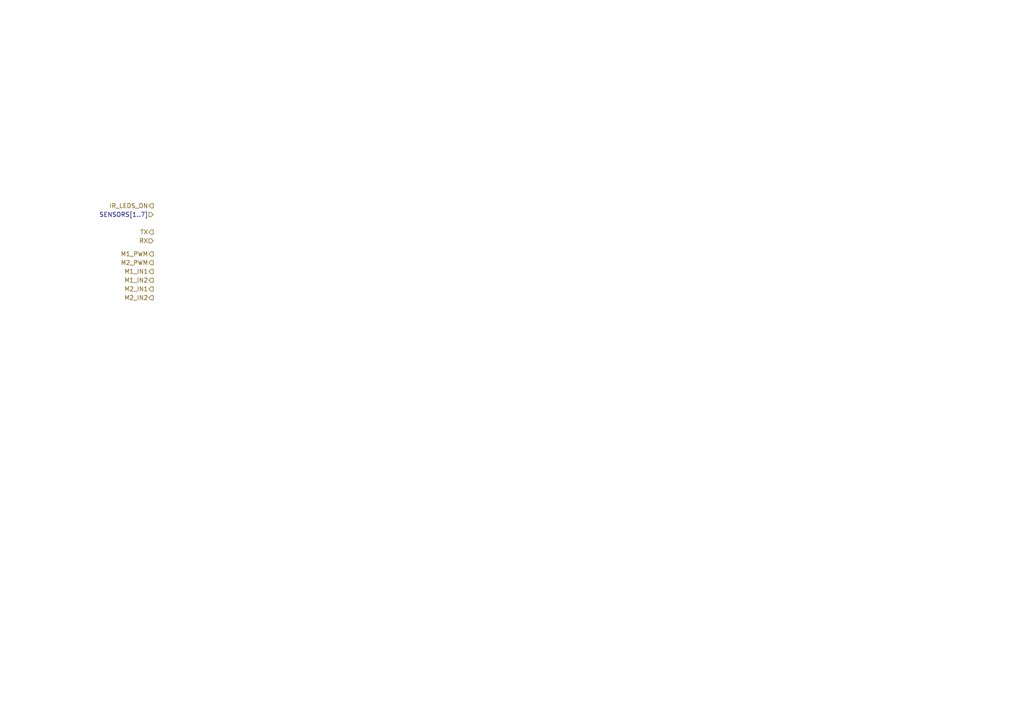
<source format=kicad_sch>
(kicad_sch (version 20230121) (generator eeschema)

  (uuid 4ceb22d3-4496-4fcf-8ef6-68097ed5f8f2)

  (paper "A4")

  (lib_symbols
  )


  (hierarchical_label "M2_PWM" (shape output) (at 44.45 76.2 180) (fields_autoplaced)
    (effects (font (size 1.27 1.27)) (justify right))
    (uuid 0b412e89-065d-4a26-99f4-c74960bdd3df)
  )
  (hierarchical_label "RX" (shape input) (at 44.45 69.85 180) (fields_autoplaced)
    (effects (font (size 1.27 1.27)) (justify right))
    (uuid 0b6a5770-b859-409e-8990-ff83883e1aa5)
  )
  (hierarchical_label "M2_IN2" (shape output) (at 44.45 86.36 180) (fields_autoplaced)
    (effects (font (size 1.27 1.27)) (justify right))
    (uuid 109184fb-e5b6-432e-a525-f829d39812ef)
  )
  (hierarchical_label "M1_IN2" (shape output) (at 44.45 81.28 180) (fields_autoplaced)
    (effects (font (size 1.27 1.27)) (justify right))
    (uuid 3ffff719-d0f8-4f1a-8805-45a1cdd9821b)
  )
  (hierarchical_label "SENSORS[1..7]" (shape input) (at 44.45 62.23 180) (fields_autoplaced)
    (effects (font (size 1.27 1.27)) (justify right))
    (uuid 4a53add2-5db8-4298-993d-464ab84b4dd4)
  )
  (hierarchical_label "TX" (shape output) (at 44.45 67.31 180) (fields_autoplaced)
    (effects (font (size 1.27 1.27)) (justify right))
    (uuid 5362aa41-3c13-4186-b61c-38014baaf2df)
  )
  (hierarchical_label "M2_IN1" (shape output) (at 44.45 83.82 180) (fields_autoplaced)
    (effects (font (size 1.27 1.27)) (justify right))
    (uuid 62d47337-b83f-481f-af3e-dacdbe35dc39)
  )
  (hierarchical_label "M1_PWM" (shape output) (at 44.45 73.66 180) (fields_autoplaced)
    (effects (font (size 1.27 1.27)) (justify right))
    (uuid 8a0ddc0b-5be1-4b88-b5e2-2ab7d4a6a423)
  )
  (hierarchical_label "IR_LEDS_ON" (shape output) (at 44.45 59.69 180) (fields_autoplaced)
    (effects (font (size 1.27 1.27)) (justify right))
    (uuid d9369ca9-5459-4f50-835d-e5ecf045afad)
  )
  (hierarchical_label "M1_IN1" (shape output) (at 44.45 78.74 180) (fields_autoplaced)
    (effects (font (size 1.27 1.27)) (justify right))
    (uuid dc901c20-cc88-4158-981f-e19c47323918)
  )
)

</source>
